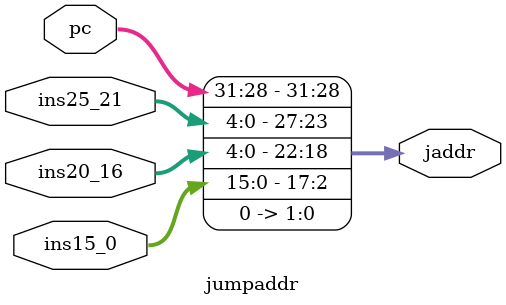
<source format=v>
`timescale 1ns / 1ps
module jumpaddr(
    input [15:0]ins15_0,
    input [4:0]ins20_16,
    input [4:0]ins25_21,
    input [31:0] pc,
    output reg [31:0] jaddr
               );
    parameter z=2'b00;
    always @(*)
    begin
      jaddr = { pc[31:28],ins25_21[4:0],ins20_16[4:0],ins15_0[15:0],z };
    end
        

endmodule
</source>
